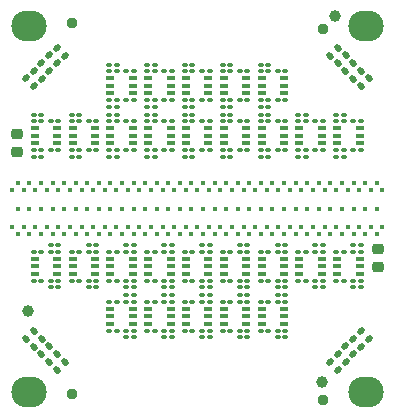
<source format=gbr>
%TF.GenerationSoftware,KiCad,Pcbnew,9.0.6*%
%TF.CreationDate,2025-11-12T11:45:24+01:00*%
%TF.ProjectId,S13552_64Ch_Adapter_BGA2803_V2,53313335-3532-45f3-9634-43685f416461,1*%
%TF.SameCoordinates,Original*%
%TF.FileFunction,Soldermask,Top*%
%TF.FilePolarity,Negative*%
%FSLAX46Y46*%
G04 Gerber Fmt 4.6, Leading zero omitted, Abs format (unit mm)*
G04 Created by KiCad (PCBNEW 9.0.6) date 2025-11-12 11:45:24*
%MOMM*%
%LPD*%
G01*
G04 APERTURE LIST*
G04 Aperture macros list*
%AMRoundRect*
0 Rectangle with rounded corners*
0 $1 Rounding radius*
0 $2 $3 $4 $5 $6 $7 $8 $9 X,Y pos of 4 corners*
0 Add a 4 corners polygon primitive as box body*
4,1,4,$2,$3,$4,$5,$6,$7,$8,$9,$2,$3,0*
0 Add four circle primitives for the rounded corners*
1,1,$1+$1,$2,$3*
1,1,$1+$1,$4,$5*
1,1,$1+$1,$6,$7*
1,1,$1+$1,$8,$9*
0 Add four rect primitives between the rounded corners*
20,1,$1+$1,$2,$3,$4,$5,0*
20,1,$1+$1,$4,$5,$6,$7,0*
20,1,$1+$1,$6,$7,$8,$9,0*
20,1,$1+$1,$8,$9,$2,$3,0*%
G04 Aperture macros list end*
%ADD10RoundRect,0.100000X0.130000X0.100000X-0.130000X0.100000X-0.130000X-0.100000X0.130000X-0.100000X0*%
%ADD11C,1.000000*%
%ADD12RoundRect,0.100000X-0.130000X-0.100000X0.130000X-0.100000X0.130000X0.100000X-0.130000X0.100000X0*%
%ADD13RoundRect,0.140000X-0.021213X0.219203X-0.219203X0.021213X0.021213X-0.219203X0.219203X-0.021213X0*%
%ADD14RoundRect,0.100000X0.225000X0.100000X-0.225000X0.100000X-0.225000X-0.100000X0.225000X-0.100000X0*%
%ADD15O,3.000000X2.600000*%
%ADD16RoundRect,0.100000X-0.225000X-0.100000X0.225000X-0.100000X0.225000X0.100000X-0.225000X0.100000X0*%
%ADD17RoundRect,0.140000X-0.219203X-0.021213X-0.021213X-0.219203X0.219203X0.021213X0.021213X0.219203X0*%
%ADD18RoundRect,0.140000X0.219203X0.021213X0.021213X0.219203X-0.219203X-0.021213X-0.021213X-0.219203X0*%
%ADD19RoundRect,0.225000X-0.250000X0.225000X-0.250000X-0.225000X0.250000X-0.225000X0.250000X0.225000X0*%
%ADD20RoundRect,0.140000X0.021213X-0.219203X0.219203X-0.021213X-0.021213X0.219203X-0.219203X0.021213X0*%
%ADD21C,0.450000*%
%ADD22RoundRect,0.225000X0.250000X-0.225000X0.250000X0.225000X-0.250000X0.225000X-0.250000X-0.225000X0*%
%ADD23C,0.950000*%
G04 APERTURE END LIST*
D10*
%TO.C,C66*%
X92055000Y-53264214D03*
X91415000Y-53264214D03*
%TD*%
%TO.C,C21*%
X101655000Y-53264214D03*
X101015000Y-53264214D03*
%TD*%
%TO.C,C39*%
X114455000Y-55714214D03*
X113815000Y-55714214D03*
%TD*%
D11*
%TO.C,FID1*%
X111130000Y-75370000D03*
%TD*%
D10*
%TO.C,R8*%
X100205000Y-52724214D03*
X99565000Y-52724214D03*
%TD*%
%TO.C,C34*%
X111255000Y-55714214D03*
X110615000Y-55714214D03*
%TD*%
%TO.C,C45*%
X93805000Y-51484214D03*
X93165000Y-51484214D03*
%TD*%
D12*
%TO.C,C83*%
X104215000Y-63784214D03*
X104855000Y-63784214D03*
%TD*%
%TO.C,C84*%
X102765000Y-64324214D03*
X103405000Y-64324214D03*
%TD*%
%TO.C,C127*%
X97815000Y-66774214D03*
X98455000Y-66774214D03*
%TD*%
%TO.C,R29*%
X97815000Y-67314214D03*
X98455000Y-67314214D03*
%TD*%
%TO.C,C136*%
X86765000Y-66774214D03*
X87405000Y-66774214D03*
%TD*%
D10*
%TO.C,C25*%
X103405000Y-55714214D03*
X102765000Y-55714214D03*
%TD*%
D13*
%TO.C,C329*%
X88728181Y-72976457D03*
X88049359Y-73655279D03*
%TD*%
D14*
%TO.C,U16*%
X107960000Y-50909214D03*
X107960000Y-50259214D03*
X107960000Y-49609214D03*
X106060000Y-49609214D03*
X106060000Y-50259214D03*
X106060000Y-50909214D03*
%TD*%
D15*
%TO.C,H102*%
X86340000Y-45167114D03*
%TD*%
D10*
%TO.C,C69*%
X108055000Y-51484214D03*
X107415000Y-51484214D03*
%TD*%
D12*
%TO.C,C109*%
X96365000Y-68554214D03*
X97005000Y-68554214D03*
%TD*%
D14*
%TO.C,U10*%
X114360000Y-55139214D03*
X114360000Y-54489214D03*
X114360000Y-53839214D03*
X112460000Y-53839214D03*
X112460000Y-54489214D03*
X112460000Y-55139214D03*
%TD*%
D16*
%TO.C,U18*%
X106060000Y-64899214D03*
X106060000Y-65549214D03*
X106060000Y-66199214D03*
X107960000Y-66199214D03*
X107960000Y-65549214D03*
X107960000Y-64899214D03*
%TD*%
D12*
%TO.C,C87*%
X104215000Y-66774214D03*
X104855000Y-66774214D03*
%TD*%
D10*
%TO.C,C12*%
X93805000Y-53264214D03*
X93165000Y-53264214D03*
%TD*%
%TO.C,C59*%
X104855000Y-51484214D03*
X104215000Y-51484214D03*
%TD*%
D16*
%TO.C,U17*%
X109260000Y-64899214D03*
X109260000Y-65549214D03*
X109260000Y-66199214D03*
X111160000Y-66199214D03*
X111160000Y-65549214D03*
X111160000Y-64899214D03*
%TD*%
D17*
%TO.C,C340*%
X113140589Y-72327687D03*
X113819411Y-73006509D03*
%TD*%
D10*
%TO.C,R16*%
X103405000Y-48494214D03*
X102765000Y-48494214D03*
%TD*%
%TO.C,C60*%
X103405000Y-51484214D03*
X102765000Y-51484214D03*
%TD*%
D12*
%TO.C,C89*%
X99565000Y-68554214D03*
X100205000Y-68554214D03*
%TD*%
%TO.C,C125*%
X97815000Y-64324214D03*
X98455000Y-64324214D03*
%TD*%
%TO.C,R26*%
X97815000Y-71544214D03*
X98455000Y-71544214D03*
%TD*%
%TO.C,C85*%
X104215000Y-64324214D03*
X104855000Y-64324214D03*
%TD*%
%TO.C,C108*%
X97815000Y-68014214D03*
X98455000Y-68014214D03*
%TD*%
%TO.C,C107*%
X94615000Y-66774214D03*
X95255000Y-66774214D03*
%TD*%
D16*
%TO.C,U23*%
X93260000Y-64899214D03*
X93260000Y-65549214D03*
X93260000Y-66199214D03*
X95160000Y-66199214D03*
X95160000Y-65549214D03*
X95160000Y-64899214D03*
%TD*%
D12*
%TO.C,C129*%
X105965000Y-68554214D03*
X106605000Y-68554214D03*
%TD*%
D14*
%TO.C,U8*%
X107960000Y-55139214D03*
X107960000Y-54489214D03*
X107960000Y-53839214D03*
X106060000Y-53839214D03*
X106060000Y-54489214D03*
X106060000Y-55139214D03*
%TD*%
%TO.C,U9*%
X111160000Y-55139214D03*
X111160000Y-54489214D03*
X111160000Y-53839214D03*
X109260000Y-53839214D03*
X109260000Y-54489214D03*
X109260000Y-55139214D03*
%TD*%
D10*
%TO.C,C62*%
X103405000Y-49034214D03*
X102765000Y-49034214D03*
%TD*%
D12*
%TO.C,C122*%
X104215000Y-71004214D03*
X104855000Y-71004214D03*
%TD*%
D18*
%TO.C,C324*%
X87430642Y-49655288D03*
X86751820Y-48976466D03*
%TD*%
D13*
%TO.C,C332*%
X86781870Y-71030146D03*
X86103048Y-71708968D03*
%TD*%
D19*
%TO.C,C1*%
X115897107Y-64054214D03*
X115897107Y-65604214D03*
%TD*%
D18*
%TO.C,C323*%
X86781871Y-50304059D03*
X86103049Y-49625237D03*
%TD*%
D16*
%TO.C,U22*%
X112460000Y-64899214D03*
X112460000Y-65549214D03*
X112460000Y-66199214D03*
X114360000Y-66199214D03*
X114360000Y-65549214D03*
X114360000Y-64899214D03*
%TD*%
D12*
%TO.C,C75*%
X110615000Y-64324214D03*
X111255000Y-64324214D03*
%TD*%
%TO.C,C117*%
X94615000Y-71004214D03*
X95255000Y-71004214D03*
%TD*%
D10*
%TO.C,C4*%
X88855000Y-55714214D03*
X88215000Y-55714214D03*
%TD*%
D12*
%TO.C,C92*%
X101015000Y-71004214D03*
X101655000Y-71004214D03*
%TD*%
%TO.C,C128*%
X107415000Y-68014214D03*
X108055000Y-68014214D03*
%TD*%
%TO.C,C138*%
X101015000Y-63784214D03*
X101655000Y-63784214D03*
%TD*%
%TO.C,R28*%
X104215000Y-71544214D03*
X104855000Y-71544214D03*
%TD*%
D10*
%TO.C,C53*%
X100205000Y-52024214D03*
X99565000Y-52024214D03*
%TD*%
%TO.C,C40*%
X113005000Y-55714214D03*
X112365000Y-55714214D03*
%TD*%
D15*
%TO.C,H104*%
X114879999Y-76167098D03*
%TD*%
D18*
%TO.C,C325*%
X88079412Y-49006518D03*
X87400590Y-48327696D03*
%TD*%
D12*
%TO.C,C142*%
X101015000Y-66774214D03*
X101655000Y-66774214D03*
%TD*%
D10*
%TO.C,C8*%
X93805000Y-56254214D03*
X93165000Y-56254214D03*
%TD*%
%TO.C,R13*%
X93805000Y-48494214D03*
X93165000Y-48494214D03*
%TD*%
D12*
%TO.C,C132*%
X107415000Y-71004214D03*
X108055000Y-71004214D03*
%TD*%
D16*
%TO.C,U20*%
X99660000Y-69129214D03*
X99660000Y-69779214D03*
X99660000Y-70429214D03*
X101560000Y-70429214D03*
X101560000Y-69779214D03*
X101560000Y-69129214D03*
%TD*%
D12*
%TO.C,R24*%
X113815000Y-67314214D03*
X114455000Y-67314214D03*
%TD*%
D13*
%TO.C,C330*%
X88079411Y-72327687D03*
X87400589Y-73006509D03*
%TD*%
D10*
%TO.C,C37*%
X109805000Y-53264214D03*
X109165000Y-53264214D03*
%TD*%
D14*
%TO.C,U14*%
X104760000Y-50909214D03*
X104760000Y-50259214D03*
X104760000Y-49609214D03*
X102860000Y-49609214D03*
X102860000Y-50259214D03*
X102860000Y-50909214D03*
%TD*%
D12*
%TO.C,C76*%
X109165000Y-66774214D03*
X109805000Y-66774214D03*
%TD*%
%TO.C,C74*%
X109165000Y-64324214D03*
X109805000Y-64324214D03*
%TD*%
D10*
%TO.C,C35*%
X109805000Y-55714214D03*
X109165000Y-55714214D03*
%TD*%
D12*
%TO.C,C134*%
X86765000Y-64324214D03*
X87405000Y-64324214D03*
%TD*%
D14*
%TO.C,U4*%
X95160000Y-55139214D03*
X95160000Y-54489214D03*
X95160000Y-53839214D03*
X93260000Y-53839214D03*
X93260000Y-54489214D03*
X93260000Y-55139214D03*
%TD*%
D17*
%TO.C,C338*%
X114438130Y-71030146D03*
X115116952Y-71708968D03*
%TD*%
D10*
%TO.C,C72*%
X106605000Y-49034214D03*
X105965000Y-49034214D03*
%TD*%
D12*
%TO.C,C99*%
X112365000Y-64324214D03*
X113005000Y-64324214D03*
%TD*%
%TO.C,C73*%
X110615000Y-63784214D03*
X111255000Y-63784214D03*
%TD*%
D15*
%TO.C,H103*%
X86340000Y-76167098D03*
%TD*%
D10*
%TO.C,C14*%
X98455000Y-55714214D03*
X97815000Y-55714214D03*
%TD*%
D16*
%TO.C,U19*%
X102860000Y-64899214D03*
X102860000Y-65549214D03*
X102860000Y-66199214D03*
X104760000Y-66199214D03*
X104760000Y-65549214D03*
X104760000Y-64899214D03*
%TD*%
D12*
%TO.C,C112*%
X97815000Y-71004214D03*
X98455000Y-71004214D03*
%TD*%
D10*
%TO.C,C70*%
X106605000Y-51484214D03*
X105965000Y-51484214D03*
%TD*%
%TO.C,C5*%
X87405000Y-55714214D03*
X86765000Y-55714214D03*
%TD*%
D16*
%TO.C,U24*%
X96460000Y-69129214D03*
X96460000Y-69779214D03*
X96460000Y-70429214D03*
X98360000Y-70429214D03*
X98360000Y-69779214D03*
X98360000Y-69129214D03*
%TD*%
D10*
%TO.C,C20*%
X100205000Y-55714214D03*
X99565000Y-55714214D03*
%TD*%
D11*
%TO.C,FID3*%
X86260000Y-69372107D03*
%TD*%
D10*
%TO.C,C23*%
X103405000Y-56254214D03*
X102765000Y-56254214D03*
%TD*%
%TO.C,R201*%
X87405000Y-52724214D03*
X86765000Y-52724214D03*
%TD*%
D12*
%TO.C,C110*%
X97815000Y-68554214D03*
X98455000Y-68554214D03*
%TD*%
D14*
%TO.C,U7*%
X104760000Y-55139214D03*
X104760000Y-54489214D03*
X104760000Y-53839214D03*
X102860000Y-53839214D03*
X102860000Y-54489214D03*
X102860000Y-55139214D03*
%TD*%
D10*
%TO.C,C28*%
X106605000Y-56254214D03*
X105965000Y-56254214D03*
%TD*%
D12*
%TO.C,C141*%
X99565000Y-66774214D03*
X100205000Y-66774214D03*
%TD*%
D10*
%TO.C,C65*%
X90605000Y-55714214D03*
X89965000Y-55714214D03*
%TD*%
D16*
%TO.C,U28*%
X106060000Y-69129214D03*
X106060000Y-69779214D03*
X106060000Y-70429214D03*
X107960000Y-70429214D03*
X107960000Y-69779214D03*
X107960000Y-69129214D03*
%TD*%
D10*
%TO.C,C6*%
X88855000Y-53264214D03*
X88215000Y-53264214D03*
%TD*%
D12*
%TO.C,C82*%
X107415000Y-66774214D03*
X108055000Y-66774214D03*
%TD*%
D10*
%TO.C,R18*%
X106605000Y-48494214D03*
X105965000Y-48494214D03*
%TD*%
D20*
%TO.C,C336*%
X113789359Y-49655288D03*
X114468181Y-48976466D03*
%TD*%
D21*
%TO.C,MPPC1*%
X116290000Y-59117107D03*
X115800000Y-62817107D03*
X115800000Y-58517107D03*
X115310000Y-62217107D03*
X115310000Y-59117107D03*
X114820000Y-62817107D03*
X114820000Y-58517107D03*
X114330000Y-62217107D03*
X114330000Y-59117107D03*
X113840000Y-62817107D03*
X113840000Y-58517107D03*
X113350000Y-62217107D03*
X113350000Y-59117107D03*
X112860000Y-62817107D03*
X112860000Y-58517107D03*
X112370000Y-62217107D03*
X112370000Y-59117107D03*
X111880000Y-62817107D03*
X111880000Y-58517107D03*
X111390000Y-62217107D03*
X111390000Y-59117107D03*
X110900000Y-62817107D03*
X110900000Y-58517107D03*
X110410000Y-62217107D03*
X110410000Y-59117107D03*
X109920000Y-62817107D03*
X109920000Y-58517107D03*
X109430000Y-62217107D03*
X109430000Y-59117107D03*
X108940000Y-62817107D03*
X108940000Y-58517107D03*
X108450000Y-62217107D03*
X108450000Y-59117107D03*
X107960000Y-62817107D03*
X107960000Y-58517107D03*
X107470000Y-62217107D03*
X107470000Y-59117107D03*
X106980000Y-62817107D03*
X106980000Y-58517107D03*
X106490000Y-62217107D03*
X106490000Y-59117107D03*
X106000000Y-62817107D03*
X106000000Y-58517107D03*
X105510000Y-62217107D03*
X105510000Y-59117107D03*
X105020000Y-62817107D03*
X105020000Y-58517107D03*
X104530000Y-62217107D03*
X104530000Y-59117107D03*
X104040000Y-62817107D03*
X104040000Y-58517107D03*
X103550000Y-62217107D03*
X103550000Y-59117107D03*
X103060000Y-62817107D03*
X103060000Y-58517107D03*
X102570000Y-62217107D03*
X102570000Y-59117107D03*
X102080000Y-62817107D03*
X102080000Y-58517107D03*
X101590000Y-62217107D03*
X101590000Y-59117107D03*
X101100000Y-62817107D03*
X101100000Y-58517107D03*
X100610000Y-62217107D03*
X100610000Y-59117107D03*
X100120000Y-62817107D03*
X100120000Y-58517107D03*
X99630000Y-62217107D03*
X99630000Y-59117107D03*
X99140000Y-62817107D03*
X99140000Y-58517107D03*
X98650000Y-62217107D03*
X98650000Y-59117107D03*
X98160000Y-62817107D03*
X98160000Y-58517107D03*
X97670000Y-62217107D03*
X97670000Y-59117107D03*
X97180000Y-62817107D03*
X97180000Y-58517107D03*
X96690000Y-62217107D03*
X96690000Y-59117107D03*
X96200000Y-62817107D03*
X96200000Y-58517107D03*
X95710000Y-62217107D03*
X95710000Y-59117107D03*
X95220000Y-62817107D03*
X95220000Y-58517107D03*
X94730000Y-62217107D03*
X94730000Y-59117107D03*
X94240000Y-62817107D03*
X94240000Y-58517107D03*
X93750000Y-62217107D03*
X93750000Y-59117107D03*
X93260000Y-62817107D03*
X93260000Y-58517107D03*
X92770000Y-62217107D03*
X92770000Y-59117107D03*
X92280000Y-62817107D03*
X92280000Y-58517107D03*
X91790000Y-62217107D03*
X91790000Y-59117107D03*
X91300000Y-62817107D03*
X91300000Y-58517107D03*
X90810000Y-62217107D03*
X90810000Y-59117107D03*
X90320000Y-62817107D03*
X90320000Y-58517107D03*
X89830000Y-62217107D03*
X89830000Y-59117107D03*
X89340000Y-62817107D03*
X89340000Y-58517107D03*
X88850000Y-62217107D03*
X88850000Y-59117107D03*
X88360000Y-62817107D03*
X88360000Y-58517107D03*
X87870000Y-62217107D03*
X87870000Y-59117107D03*
X87380000Y-62817107D03*
X87380000Y-58517107D03*
X86890000Y-62217107D03*
X86890000Y-59117107D03*
X86400000Y-62817107D03*
X86400000Y-58517107D03*
X85910000Y-62217107D03*
X85910000Y-59117107D03*
X85420000Y-62817107D03*
X85420000Y-58517107D03*
X84930000Y-62217107D03*
X101100000Y-60667107D03*
X102080000Y-60667107D03*
X103060000Y-60667107D03*
X104040000Y-60667107D03*
X105020000Y-60667107D03*
X106000000Y-60667107D03*
X106980000Y-60667107D03*
X107960000Y-60667107D03*
X108940000Y-60667107D03*
X109920000Y-60667107D03*
X110900000Y-60667107D03*
X111880000Y-60667107D03*
X112860000Y-60667107D03*
X113840000Y-60667107D03*
X114820000Y-60667107D03*
X115800000Y-60667107D03*
X116290000Y-62217107D03*
X84930000Y-59117107D03*
X85420000Y-60667107D03*
X86400000Y-60667107D03*
X87380000Y-60667107D03*
X88360000Y-60667107D03*
X89340000Y-60667107D03*
X90320000Y-60667107D03*
X91300000Y-60667107D03*
X92280000Y-60667107D03*
X93260000Y-60667107D03*
X94240000Y-60667107D03*
X95220000Y-60667107D03*
X96200000Y-60667107D03*
X97180000Y-60667107D03*
X98160000Y-60667107D03*
X99140000Y-60667107D03*
X100120000Y-60667107D03*
%TD*%
D12*
%TO.C,C121*%
X102765000Y-71004214D03*
X103405000Y-71004214D03*
%TD*%
D10*
%TO.C,C38*%
X113005000Y-56254214D03*
X112365000Y-56254214D03*
%TD*%
D12*
%TO.C,C115*%
X94615000Y-68554214D03*
X95255000Y-68554214D03*
%TD*%
%TO.C,R32*%
X101015000Y-67314214D03*
X101655000Y-67314214D03*
%TD*%
D10*
%TO.C,R10*%
X106605000Y-52724214D03*
X105965000Y-52724214D03*
%TD*%
D12*
%TO.C,C81*%
X105965000Y-66774214D03*
X106605000Y-66774214D03*
%TD*%
D10*
%TO.C,C71*%
X108055000Y-49034214D03*
X107415000Y-49034214D03*
%TD*%
%TO.C,C58*%
X103405000Y-52024214D03*
X102765000Y-52024214D03*
%TD*%
%TO.C,C16*%
X98455000Y-53264214D03*
X97815000Y-53264214D03*
%TD*%
D12*
%TO.C,C123*%
X97815000Y-63784214D03*
X98455000Y-63784214D03*
%TD*%
D10*
%TO.C,C43*%
X93805000Y-52024214D03*
X93165000Y-52024214D03*
%TD*%
%TO.C,C63*%
X90605000Y-56254214D03*
X89965000Y-56254214D03*
%TD*%
D12*
%TO.C,C102*%
X113815000Y-66774214D03*
X114455000Y-66774214D03*
%TD*%
D10*
%TO.C,R12*%
X113005000Y-52724214D03*
X112365000Y-52724214D03*
%TD*%
D12*
%TO.C,R25*%
X94615000Y-67314214D03*
X95255000Y-67314214D03*
%TD*%
%TO.C,C91*%
X99565000Y-71004214D03*
X100205000Y-71004214D03*
%TD*%
D17*
%TO.C,C342*%
X111843048Y-73625228D03*
X112521870Y-74304050D03*
%TD*%
D12*
%TO.C,C131*%
X105965000Y-71004214D03*
X106605000Y-71004214D03*
%TD*%
D13*
%TO.C,C331*%
X87430641Y-71678917D03*
X86751819Y-72357739D03*
%TD*%
D14*
%TO.C,U201*%
X88760000Y-55139214D03*
X88760000Y-54489214D03*
X88760000Y-53839214D03*
X86860000Y-53839214D03*
X86860000Y-54489214D03*
X86860000Y-55139214D03*
%TD*%
D10*
%TO.C,R17*%
X90605000Y-52724214D03*
X89965000Y-52724214D03*
%TD*%
%TO.C,C67*%
X90605000Y-53264214D03*
X89965000Y-53264214D03*
%TD*%
%TO.C,C15*%
X97005000Y-55714214D03*
X96365000Y-55714214D03*
%TD*%
D12*
%TO.C,C116*%
X93165000Y-71004214D03*
X93805000Y-71004214D03*
%TD*%
%TO.C,C96*%
X89965000Y-66774214D03*
X90605000Y-66774214D03*
%TD*%
D10*
%TO.C,R15*%
X100205000Y-48494214D03*
X99565000Y-48494214D03*
%TD*%
%TO.C,C3*%
X87405000Y-56254214D03*
X86765000Y-56254214D03*
%TD*%
%TO.C,C10*%
X93805000Y-55714214D03*
X93165000Y-55714214D03*
%TD*%
D16*
%TO.C,U30*%
X99660000Y-64899214D03*
X99660000Y-65549214D03*
X99660000Y-66199214D03*
X101560000Y-66199214D03*
X101560000Y-65549214D03*
X101560000Y-64899214D03*
%TD*%
D10*
%TO.C,C68*%
X106605000Y-52024214D03*
X105965000Y-52024214D03*
%TD*%
D14*
%TO.C,U5*%
X98360000Y-55139214D03*
X98360000Y-54489214D03*
X98360000Y-53839214D03*
X96460000Y-53839214D03*
X96460000Y-54489214D03*
X96460000Y-55139214D03*
%TD*%
%TO.C,U12*%
X98360000Y-50909214D03*
X98360000Y-50259214D03*
X98360000Y-49609214D03*
X96460000Y-49609214D03*
X96460000Y-50259214D03*
X96460000Y-50909214D03*
%TD*%
D12*
%TO.C,C97*%
X91415000Y-66774214D03*
X92055000Y-66774214D03*
%TD*%
%TO.C,C95*%
X91415000Y-64324214D03*
X92055000Y-64324214D03*
%TD*%
%TO.C,C106*%
X93165000Y-66774214D03*
X93805000Y-66774214D03*
%TD*%
D20*
%TO.C,C337*%
X114438130Y-50304059D03*
X115116952Y-49625237D03*
%TD*%
D12*
%TO.C,C103*%
X94615000Y-63784214D03*
X95255000Y-63784214D03*
%TD*%
D16*
%TO.C,U26*%
X102860000Y-69129214D03*
X102860000Y-69779214D03*
X102860000Y-70429214D03*
X104760000Y-70429214D03*
X104760000Y-69779214D03*
X104760000Y-69129214D03*
%TD*%
D14*
%TO.C,U13*%
X101560000Y-50909214D03*
X101560000Y-50259214D03*
X101560000Y-49609214D03*
X99660000Y-49609214D03*
X99660000Y-50259214D03*
X99660000Y-50909214D03*
%TD*%
D18*
%TO.C,C326*%
X88728182Y-48357748D03*
X88049360Y-47678926D03*
%TD*%
D10*
%TO.C,C17*%
X97005000Y-53264214D03*
X96365000Y-53264214D03*
%TD*%
D12*
%TO.C,C140*%
X101015000Y-64324214D03*
X101655000Y-64324214D03*
%TD*%
%TO.C,R19*%
X110615000Y-67314214D03*
X111255000Y-67314214D03*
%TD*%
D10*
%TO.C,C51*%
X98455000Y-49034214D03*
X97815000Y-49034214D03*
%TD*%
D12*
%TO.C,R23*%
X91415000Y-67314214D03*
X92055000Y-67314214D03*
%TD*%
%TO.C,C86*%
X102765000Y-66774214D03*
X103405000Y-66774214D03*
%TD*%
%TO.C,C90*%
X101015000Y-68554214D03*
X101655000Y-68554214D03*
%TD*%
D16*
%TO.C,U25*%
X93260000Y-69129214D03*
X93260000Y-69779214D03*
X93260000Y-70429214D03*
X95160000Y-70429214D03*
X95160000Y-69779214D03*
X95160000Y-69129214D03*
%TD*%
D10*
%TO.C,C33*%
X109805000Y-56254214D03*
X109165000Y-56254214D03*
%TD*%
D12*
%TO.C,C126*%
X96365000Y-66774214D03*
X97005000Y-66774214D03*
%TD*%
D10*
%TO.C,C48*%
X97005000Y-52024214D03*
X96365000Y-52024214D03*
%TD*%
D12*
%TO.C,R31*%
X88215000Y-67314214D03*
X88855000Y-67314214D03*
%TD*%
%TO.C,R30*%
X107415000Y-71544214D03*
X108055000Y-71544214D03*
%TD*%
D10*
%TO.C,C18*%
X100205000Y-56254214D03*
X99565000Y-56254214D03*
%TD*%
D12*
%TO.C,C113*%
X94615000Y-68014214D03*
X95255000Y-68014214D03*
%TD*%
%TO.C,C104*%
X93165000Y-64324214D03*
X93805000Y-64324214D03*
%TD*%
D16*
%TO.C,U29*%
X86860000Y-64899214D03*
X86860000Y-65549214D03*
X86860000Y-66199214D03*
X88760000Y-66199214D03*
X88760000Y-65549214D03*
X88760000Y-64899214D03*
%TD*%
D12*
%TO.C,C118*%
X104215000Y-68014214D03*
X104855000Y-68014214D03*
%TD*%
%TO.C,C124*%
X96365000Y-64324214D03*
X97005000Y-64324214D03*
%TD*%
D15*
%TO.C,H101*%
X114880000Y-45167114D03*
%TD*%
D10*
%TO.C,C19*%
X101655000Y-55714214D03*
X101015000Y-55714214D03*
%TD*%
%TO.C,C13*%
X97005000Y-56254214D03*
X96365000Y-56254214D03*
%TD*%
%TO.C,C32*%
X106605000Y-53264214D03*
X105965000Y-53264214D03*
%TD*%
%TO.C,R7*%
X97005000Y-52724214D03*
X96365000Y-52724214D03*
%TD*%
D14*
%TO.C,U15*%
X91960000Y-55139214D03*
X91960000Y-54489214D03*
X91960000Y-53839214D03*
X90060000Y-53839214D03*
X90060000Y-54489214D03*
X90060000Y-55139214D03*
%TD*%
D22*
%TO.C,C2*%
X85327107Y-55872114D03*
X85327107Y-54322114D03*
%TD*%
D12*
%TO.C,C111*%
X96365000Y-71004214D03*
X97005000Y-71004214D03*
%TD*%
D14*
%TO.C,U11*%
X95160000Y-50909214D03*
X95160000Y-50259214D03*
X95160000Y-49609214D03*
X93260000Y-49609214D03*
X93260000Y-50259214D03*
X93260000Y-50909214D03*
%TD*%
D17*
%TO.C,C339*%
X113789359Y-71678917D03*
X114468181Y-72357739D03*
%TD*%
D12*
%TO.C,C139*%
X99565000Y-64324214D03*
X100205000Y-64324214D03*
%TD*%
%TO.C,R22*%
X101015000Y-71544214D03*
X101655000Y-71544214D03*
%TD*%
D17*
%TO.C,C341*%
X112491819Y-72976457D03*
X113170641Y-73655279D03*
%TD*%
D10*
%TO.C,C46*%
X95255000Y-49034214D03*
X94615000Y-49034214D03*
%TD*%
%TO.C,C9*%
X95255000Y-55714214D03*
X94615000Y-55714214D03*
%TD*%
D12*
%TO.C,R27*%
X94615000Y-71544214D03*
X95255000Y-71544214D03*
%TD*%
%TO.C,C120*%
X104215000Y-68554214D03*
X104855000Y-68554214D03*
%TD*%
D10*
%TO.C,C29*%
X108055000Y-55714214D03*
X107415000Y-55714214D03*
%TD*%
D14*
%TO.C,U6*%
X101560000Y-55139214D03*
X101560000Y-54489214D03*
X101560000Y-53839214D03*
X99660000Y-53839214D03*
X99660000Y-54489214D03*
X99660000Y-55139214D03*
%TD*%
D10*
%TO.C,C54*%
X101655000Y-51484214D03*
X101015000Y-51484214D03*
%TD*%
D16*
%TO.C,U27*%
X96460000Y-64899214D03*
X96460000Y-65549214D03*
X96460000Y-66199214D03*
X98360000Y-66199214D03*
X98360000Y-65549214D03*
X98360000Y-64899214D03*
%TD*%
D10*
%TO.C,R14*%
X97005000Y-48494214D03*
X96365000Y-48494214D03*
%TD*%
D11*
%TO.C,FID2*%
X112240000Y-44320000D03*
%TD*%
D12*
%TO.C,C94*%
X89965000Y-64324214D03*
X90605000Y-64324214D03*
%TD*%
D10*
%TO.C,C56*%
X101655000Y-49034214D03*
X101015000Y-49034214D03*
%TD*%
%TO.C,R9*%
X103405000Y-52724214D03*
X102765000Y-52724214D03*
%TD*%
%TO.C,C7*%
X87405000Y-53264214D03*
X86765000Y-53264214D03*
%TD*%
D12*
%TO.C,C77*%
X110615000Y-66774214D03*
X111255000Y-66774214D03*
%TD*%
D10*
%TO.C,C61*%
X104855000Y-49034214D03*
X104215000Y-49034214D03*
%TD*%
D13*
%TO.C,C328*%
X89376952Y-73625228D03*
X88698130Y-74304050D03*
%TD*%
D10*
%TO.C,C57*%
X100205000Y-49034214D03*
X99565000Y-49034214D03*
%TD*%
D16*
%TO.C,U21*%
X90060000Y-64899214D03*
X90060000Y-65549214D03*
X90060000Y-66199214D03*
X91960000Y-66199214D03*
X91960000Y-65549214D03*
X91960000Y-64899214D03*
%TD*%
D10*
%TO.C,C31*%
X108055000Y-53264214D03*
X107415000Y-53264214D03*
%TD*%
D12*
%TO.C,C88*%
X101015000Y-68014214D03*
X101655000Y-68014214D03*
%TD*%
%TO.C,C79*%
X105965000Y-64324214D03*
X106605000Y-64324214D03*
%TD*%
D10*
%TO.C,C47*%
X93805000Y-49034214D03*
X93165000Y-49034214D03*
%TD*%
D12*
%TO.C,C105*%
X94615000Y-64324214D03*
X95255000Y-64324214D03*
%TD*%
D10*
%TO.C,C27*%
X103405000Y-53264214D03*
X102765000Y-53264214D03*
%TD*%
D12*
%TO.C,C130*%
X107415000Y-68554214D03*
X108055000Y-68554214D03*
%TD*%
%TO.C,C133*%
X88215000Y-63784214D03*
X88855000Y-63784214D03*
%TD*%
D10*
%TO.C,C41*%
X114455000Y-53264214D03*
X113815000Y-53264214D03*
%TD*%
D12*
%TO.C,C100*%
X113815000Y-64324214D03*
X114455000Y-64324214D03*
%TD*%
%TO.C,C78*%
X107415000Y-63784214D03*
X108055000Y-63784214D03*
%TD*%
D10*
%TO.C,C30*%
X106605000Y-55714214D03*
X105965000Y-55714214D03*
%TD*%
D20*
%TO.C,C333*%
X111843048Y-47708977D03*
X112521870Y-47030155D03*
%TD*%
D12*
%TO.C,R21*%
X104215000Y-67314214D03*
X104855000Y-67314214D03*
%TD*%
D10*
%TO.C,C36*%
X111255000Y-53264214D03*
X110615000Y-53264214D03*
%TD*%
D12*
%TO.C,R20*%
X107415000Y-67314214D03*
X108055000Y-67314214D03*
%TD*%
%TO.C,C80*%
X107415000Y-64324214D03*
X108055000Y-64324214D03*
%TD*%
D10*
%TO.C,C50*%
X97005000Y-51484214D03*
X96365000Y-51484214D03*
%TD*%
D12*
%TO.C,C135*%
X88215000Y-64324214D03*
X88855000Y-64324214D03*
%TD*%
%TO.C,C137*%
X88215000Y-66774214D03*
X88855000Y-66774214D03*
%TD*%
D18*
%TO.C,C327*%
X89376953Y-47708977D03*
X88698131Y-47030155D03*
%TD*%
D10*
%TO.C,C24*%
X104855000Y-55714214D03*
X104215000Y-55714214D03*
%TD*%
D12*
%TO.C,C114*%
X93165000Y-68554214D03*
X93805000Y-68554214D03*
%TD*%
D10*
%TO.C,C11*%
X95255000Y-53264214D03*
X94615000Y-53264214D03*
%TD*%
D20*
%TO.C,C334*%
X112491819Y-48357748D03*
X113170641Y-47678926D03*
%TD*%
D10*
%TO.C,C22*%
X100205000Y-53264214D03*
X99565000Y-53264214D03*
%TD*%
%TO.C,C44*%
X95255000Y-51484214D03*
X94615000Y-51484214D03*
%TD*%
%TO.C,R6*%
X93805000Y-52724214D03*
X93165000Y-52724214D03*
%TD*%
D12*
%TO.C,C101*%
X112365000Y-66774214D03*
X113005000Y-66774214D03*
%TD*%
D10*
%TO.C,R11*%
X109805000Y-52724214D03*
X109165000Y-52724214D03*
%TD*%
%TO.C,C26*%
X104855000Y-53264214D03*
X104215000Y-53264214D03*
%TD*%
D12*
%TO.C,C119*%
X102765000Y-68554214D03*
X103405000Y-68554214D03*
%TD*%
D10*
%TO.C,C52*%
X97005000Y-49034214D03*
X96365000Y-49034214D03*
%TD*%
D12*
%TO.C,C93*%
X91415000Y-63784214D03*
X92055000Y-63784214D03*
%TD*%
D10*
%TO.C,C55*%
X100205000Y-51484214D03*
X99565000Y-51484214D03*
%TD*%
%TO.C,C49*%
X98455000Y-51484214D03*
X97815000Y-51484214D03*
%TD*%
D20*
%TO.C,C335*%
X113140589Y-49006518D03*
X113819411Y-48327696D03*
%TD*%
D12*
%TO.C,C98*%
X113815000Y-63784214D03*
X114455000Y-63784214D03*
%TD*%
D10*
%TO.C,C42*%
X113005000Y-53264214D03*
X112365000Y-53264214D03*
%TD*%
%TO.C,C64*%
X92055000Y-55714214D03*
X91415000Y-55714214D03*
%TD*%
D23*
%TO.C,J2*%
X90000000Y-76367098D03*
X111220000Y-76837098D03*
%TD*%
%TO.C,J1*%
X90000000Y-44967114D03*
X111220000Y-45437114D03*
%TD*%
M02*

</source>
